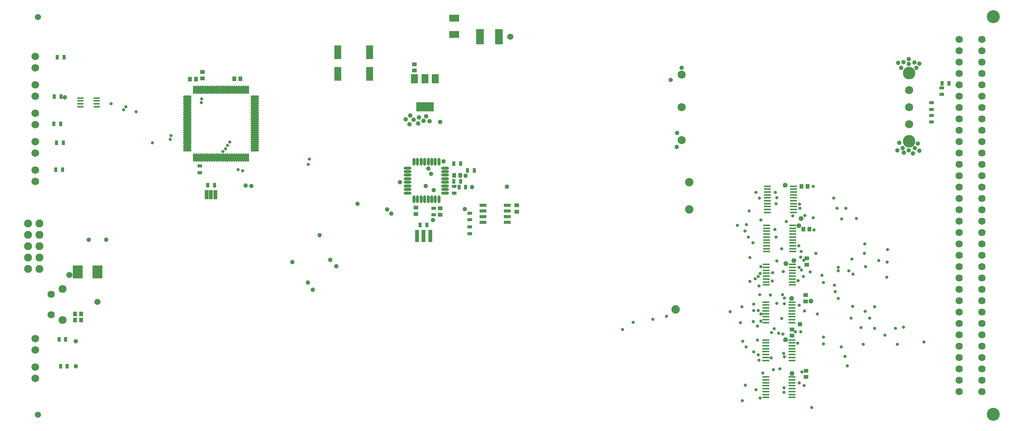
<source format=gbr>
G04 Layer_Color=8388736*
%FSLAX45Y45*%
%MOMM*%
%TF.FileFunction,Soldermask,Top*%
%TF.Part,Single*%
G01*
G75*
%TA.AperFunction,ViaPad*%
%ADD47C,1.01600*%
%TA.AperFunction,SMDPad,CuDef*%
%ADD62O,0.45130X1.96000*%
%ADD63O,1.96000X0.45130*%
%ADD64R,0.80160X1.00160*%
%ADD65R,1.00160X0.80160*%
%ADD66R,1.00160X0.90160*%
%ADD67R,1.60160X2.10160*%
%ADD68R,3.90160X2.10160*%
%ADD69R,1.65160X3.40160*%
%ADD70R,2.28160X1.62160*%
%ADD71R,1.57480X0.45720*%
%ADD72R,0.90160X1.00160*%
%ADD73R,2.26060X2.84460*%
%ADD74R,1.50165X3.10159*%
%ADD75R,0.81280X2.10820*%
%ADD76O,0.65160X1.75160*%
%ADD77O,1.75160X0.65160*%
%ADD78R,1.42240X0.45720*%
%ADD79R,0.90160X2.70160*%
%ADD80R,1.57480X0.66040*%
%TA.AperFunction,ComponentPad*%
%ADD81C,2.80160*%
%ADD82C,1.82560*%
%ADD83C,1.62560*%
%ADD84C,2.90160*%
%ADD85C,1.70160*%
G04:AMPARAMS|DCode=86|XSize=1.6764mm|YSize=1.6764mm|CornerRadius=0mm|HoleSize=0mm|Usage=FLASHONLY|Rotation=90.000|XOffset=0mm|YOffset=0mm|HoleType=Round|Shape=Octagon|*
%AMOCTAGOND86*
4,1,8,0.41910,0.83820,-0.41910,0.83820,-0.83820,0.41910,-0.83820,-0.41910,-0.41910,-0.83820,0.41910,-0.83820,0.83820,-0.41910,0.83820,0.41910,0.41910,0.83820,0.0*
%
%ADD86OCTAGOND86*%

%ADD87C,1.80160*%
%TA.AperFunction,ViaPad*%
%ADD88C,1.37160*%
%ADD89C,0.73660*%
%ADD90C,1.00160*%
%ADD91C,1.11760*%
%ADD92C,1.87960*%
D47*
X19006821Y22303740D02*
D03*
X19128740Y22362160D02*
D03*
X18907761Y22387560D02*
D03*
X19497040Y22341840D02*
D03*
X18831560Y22481540D02*
D03*
X19189700Y22466299D02*
D03*
X18729961Y22400259D02*
D03*
X19027139Y22435820D02*
D03*
X18813780Y22291040D02*
D03*
X19265900Y22352000D02*
D03*
D62*
X14005000Y23056200D02*
D03*
X14055000D02*
D03*
X14105000D02*
D03*
X14155000D02*
D03*
X14205000D02*
D03*
X14255000D02*
D03*
X14305000D02*
D03*
X14355000D02*
D03*
X14405000D02*
D03*
X14455000D02*
D03*
X14505000D02*
D03*
X14555000D02*
D03*
X14605000D02*
D03*
X14655000D02*
D03*
X14705000D02*
D03*
X14755000D02*
D03*
X14805000D02*
D03*
X14855000D02*
D03*
X14905000D02*
D03*
X14955000D02*
D03*
X15005000D02*
D03*
X15055000D02*
D03*
X15105000D02*
D03*
X15155000D02*
D03*
X15205000D02*
D03*
Y21546201D02*
D03*
X15155000D02*
D03*
X15105000D02*
D03*
X15055000D02*
D03*
X15005000D02*
D03*
X14955000D02*
D03*
X14905000D02*
D03*
X14855000D02*
D03*
X14805000D02*
D03*
X14755000D02*
D03*
X14705000D02*
D03*
X14655000D02*
D03*
X14605000D02*
D03*
X14555000D02*
D03*
X14505000D02*
D03*
X14455000D02*
D03*
X14405000D02*
D03*
X14355000D02*
D03*
X14305000D02*
D03*
X14255000D02*
D03*
X14205000D02*
D03*
X14155000D02*
D03*
X14105000D02*
D03*
X14055000D02*
D03*
X14005000D02*
D03*
D63*
X15360001Y22901199D02*
D03*
Y22851199D02*
D03*
Y22801199D02*
D03*
Y22751199D02*
D03*
Y22701199D02*
D03*
Y22651199D02*
D03*
Y22601199D02*
D03*
Y22551199D02*
D03*
Y22501199D02*
D03*
Y22451199D02*
D03*
Y22401199D02*
D03*
Y22351199D02*
D03*
Y22301199D02*
D03*
Y22251199D02*
D03*
Y22201199D02*
D03*
Y22151199D02*
D03*
Y22101199D02*
D03*
Y22051199D02*
D03*
Y22001199D02*
D03*
Y21951199D02*
D03*
Y21901199D02*
D03*
Y21851199D02*
D03*
Y21801199D02*
D03*
Y21751199D02*
D03*
Y21701199D02*
D03*
X13850000D02*
D03*
Y21751199D02*
D03*
Y21801199D02*
D03*
Y21851199D02*
D03*
Y21901199D02*
D03*
Y21951199D02*
D03*
Y22001199D02*
D03*
Y22051199D02*
D03*
Y22101199D02*
D03*
Y22151199D02*
D03*
Y22201199D02*
D03*
Y22251199D02*
D03*
Y22301199D02*
D03*
Y22351199D02*
D03*
Y22401199D02*
D03*
Y22451199D02*
D03*
Y22501199D02*
D03*
Y22551199D02*
D03*
Y22601199D02*
D03*
Y22651199D02*
D03*
Y22701199D02*
D03*
Y22751199D02*
D03*
Y22801199D02*
D03*
Y22851199D02*
D03*
Y22901199D02*
D03*
D64*
X19805580Y21404581D02*
D03*
X19955580D02*
D03*
X20112920Y21254720D02*
D03*
X20262920D02*
D03*
X20072420Y20883881D02*
D03*
X19922420D02*
D03*
X19805580Y21008340D02*
D03*
X19955580D02*
D03*
X14461560Y20921980D02*
D03*
X14311560D02*
D03*
X30862341Y23205440D02*
D03*
X30712341D02*
D03*
X11101140Y23784560D02*
D03*
X10951140D02*
D03*
X10915580Y21267419D02*
D03*
X11065580D02*
D03*
X10933360Y21869400D02*
D03*
X11083360D02*
D03*
X10872400Y22293581D02*
D03*
X11022400D02*
D03*
X10882560Y22903180D02*
D03*
X11032560D02*
D03*
X11139240Y17480280D02*
D03*
X10989240D02*
D03*
X11172260Y16873219D02*
D03*
X11022260D02*
D03*
X19056281Y20032980D02*
D03*
X19206281D02*
D03*
D65*
X19812000Y20895380D02*
D03*
Y20745380D02*
D03*
X19357339Y20410240D02*
D03*
Y20260240D02*
D03*
X30698441Y22952640D02*
D03*
Y23102640D02*
D03*
X30469839Y22617360D02*
D03*
Y22767360D02*
D03*
Y22335420D02*
D03*
Y22485420D02*
D03*
X14132561Y21352580D02*
D03*
Y21202580D02*
D03*
X20162520Y20301019D02*
D03*
Y20151019D02*
D03*
X20159979Y19991141D02*
D03*
Y19841141D02*
D03*
D66*
X19504660Y20407780D02*
D03*
Y20267780D02*
D03*
X14188440Y23455780D02*
D03*
Y23315781D02*
D03*
X27358340Y17560139D02*
D03*
Y17700140D02*
D03*
X27670761Y16638120D02*
D03*
Y16778120D02*
D03*
X27660599Y18324680D02*
D03*
Y18464680D02*
D03*
X27685999Y19147639D02*
D03*
Y19287640D02*
D03*
X18928081Y23485960D02*
D03*
Y23625960D02*
D03*
X18956020Y20420480D02*
D03*
Y20280479D02*
D03*
X21209000Y20333820D02*
D03*
Y20473820D02*
D03*
D67*
X19389220Y23307080D02*
D03*
X19159219D02*
D03*
X18929221D02*
D03*
D68*
X19159219Y22677080D02*
D03*
D69*
X20811940Y24239220D02*
D03*
X20391940D02*
D03*
D70*
X19817081Y24293980D02*
D03*
Y24661980D02*
D03*
D71*
X27355801Y17465041D02*
D03*
Y17399001D02*
D03*
Y17332961D02*
D03*
Y17269460D02*
D03*
Y17203419D02*
D03*
Y17139920D02*
D03*
Y17073880D02*
D03*
Y17007840D02*
D03*
X26771600D02*
D03*
Y17073880D02*
D03*
Y17139920D02*
D03*
Y17203419D02*
D03*
Y17269460D02*
D03*
Y17332961D02*
D03*
Y17399001D02*
D03*
Y17465041D02*
D03*
X27355801Y16637000D02*
D03*
Y16570959D02*
D03*
Y16504919D02*
D03*
Y16441420D02*
D03*
Y16375380D02*
D03*
Y16311880D02*
D03*
Y16245840D02*
D03*
Y16179800D02*
D03*
X26771600D02*
D03*
Y16245840D02*
D03*
Y16311880D02*
D03*
Y16375380D02*
D03*
Y16441420D02*
D03*
Y16504919D02*
D03*
Y16570959D02*
D03*
Y16637000D02*
D03*
X27360880Y18310860D02*
D03*
Y18244820D02*
D03*
Y18178780D02*
D03*
Y18115280D02*
D03*
Y18049240D02*
D03*
Y17985741D02*
D03*
Y17919701D02*
D03*
Y17853661D02*
D03*
X26776682D02*
D03*
Y17919701D02*
D03*
Y17985741D02*
D03*
Y18049240D02*
D03*
Y18115280D02*
D03*
Y18178780D02*
D03*
Y18244820D02*
D03*
Y18310860D02*
D03*
X27368500Y19151601D02*
D03*
Y19085561D02*
D03*
Y19019521D02*
D03*
Y18956020D02*
D03*
Y18889980D02*
D03*
Y18826480D02*
D03*
Y18760440D02*
D03*
Y18694400D02*
D03*
X26784299D02*
D03*
Y18760440D02*
D03*
Y18826480D02*
D03*
Y18889980D02*
D03*
Y18956020D02*
D03*
Y19019521D02*
D03*
Y19085561D02*
D03*
Y19151601D02*
D03*
X27388821Y20901660D02*
D03*
Y20838161D02*
D03*
Y20772121D02*
D03*
Y20706081D02*
D03*
Y20642580D02*
D03*
Y20576540D02*
D03*
Y20513040D02*
D03*
Y20447000D02*
D03*
Y20380960D02*
D03*
Y20317461D02*
D03*
X26804620D02*
D03*
Y20380960D02*
D03*
Y20447000D02*
D03*
Y20513040D02*
D03*
Y20576540D02*
D03*
Y20642580D02*
D03*
Y20706081D02*
D03*
Y20772121D02*
D03*
Y20838161D02*
D03*
Y20901660D02*
D03*
X27371039Y20025360D02*
D03*
Y19961861D02*
D03*
Y19895821D02*
D03*
Y19829781D02*
D03*
Y19766280D02*
D03*
Y19700240D02*
D03*
Y19636740D02*
D03*
Y19570700D02*
D03*
Y19504660D02*
D03*
Y19441161D02*
D03*
X26786841D02*
D03*
Y19504660D02*
D03*
Y19570700D02*
D03*
Y19636740D02*
D03*
Y19700240D02*
D03*
Y19766280D02*
D03*
Y19829781D02*
D03*
Y19895821D02*
D03*
Y19961861D02*
D03*
Y20025360D02*
D03*
D72*
X27608380Y19941541D02*
D03*
X27748380D02*
D03*
X27567740Y20901660D02*
D03*
X27707739D02*
D03*
X14900760Y23301961D02*
D03*
X15040759D02*
D03*
X19810580Y21142960D02*
D03*
X19950580D02*
D03*
X14052699Y23296880D02*
D03*
X13912700D02*
D03*
X11344760Y18049242D02*
D03*
X11484760D02*
D03*
X11484760Y17907001D02*
D03*
X11344760D02*
D03*
D73*
X11404580Y18983960D02*
D03*
X11846580D02*
D03*
D74*
X17926152Y23415601D02*
D03*
Y23895609D02*
D03*
X17214952Y23415601D02*
D03*
Y23895609D02*
D03*
D75*
X14483664Y20709789D02*
D03*
X14382063Y20709789D02*
D03*
X14282063D02*
D03*
D76*
X19474780Y20608659D02*
D03*
X19394780D02*
D03*
X19314780D02*
D03*
X19234779D02*
D03*
X19154781D02*
D03*
X19074780D02*
D03*
X18994780D02*
D03*
X18914780D02*
D03*
Y21448660D02*
D03*
X18994780D02*
D03*
X19074780D02*
D03*
X19154781D02*
D03*
X19234779D02*
D03*
X19314780D02*
D03*
X19394780D02*
D03*
X19474780D02*
D03*
D77*
X18774780Y20748660D02*
D03*
Y20828661D02*
D03*
Y20908659D02*
D03*
Y20988660D02*
D03*
Y21068660D02*
D03*
Y21148660D02*
D03*
Y21228661D02*
D03*
Y21308659D02*
D03*
X19614780D02*
D03*
Y21228661D02*
D03*
Y21148660D02*
D03*
Y21068660D02*
D03*
Y20988660D02*
D03*
Y20908659D02*
D03*
Y20828661D02*
D03*
Y20748660D02*
D03*
D78*
X11463020Y22872701D02*
D03*
Y22809200D02*
D03*
Y22743159D02*
D03*
Y22679660D02*
D03*
X11828780D02*
D03*
Y22743159D02*
D03*
Y22809200D02*
D03*
Y22872701D02*
D03*
D79*
X19131281Y19789140D02*
D03*
X18981281D02*
D03*
X19281281D02*
D03*
D80*
X20998180Y20477480D02*
D03*
Y20350481D02*
D03*
Y20223480D02*
D03*
Y20096480D02*
D03*
X20454620D02*
D03*
Y20223480D02*
D03*
Y20350481D02*
D03*
Y20477480D02*
D03*
D81*
X29972000Y23428419D02*
D03*
Y21904420D02*
D03*
D82*
Y23047420D02*
D03*
Y22666420D02*
D03*
Y22285420D02*
D03*
X24892000Y22664420D02*
D03*
Y23394420D02*
D03*
Y21934419D02*
D03*
D83*
X31597601Y24185880D02*
D03*
Y23931880D02*
D03*
Y23677879D02*
D03*
Y23423880D02*
D03*
Y23169881D02*
D03*
Y22915880D02*
D03*
Y22661880D02*
D03*
Y22407880D02*
D03*
Y22153880D02*
D03*
Y21899879D02*
D03*
Y21645880D02*
D03*
Y21391879D02*
D03*
Y21137880D02*
D03*
Y20883881D02*
D03*
Y20629880D02*
D03*
Y20375880D02*
D03*
Y20121880D02*
D03*
Y19867880D02*
D03*
Y19613879D02*
D03*
Y19359880D02*
D03*
Y19105881D02*
D03*
Y18851880D02*
D03*
Y18597881D02*
D03*
Y18343880D02*
D03*
Y18089880D02*
D03*
Y17835880D02*
D03*
Y17581880D02*
D03*
Y17327879D02*
D03*
Y17073880D02*
D03*
Y16819881D02*
D03*
Y16565880D02*
D03*
Y16311880D02*
D03*
X31089600Y24185880D02*
D03*
Y23931880D02*
D03*
Y23677879D02*
D03*
Y23423880D02*
D03*
Y23169881D02*
D03*
Y22915880D02*
D03*
Y22661880D02*
D03*
Y22407880D02*
D03*
Y22153880D02*
D03*
Y21899879D02*
D03*
Y21645880D02*
D03*
Y21391879D02*
D03*
Y21137880D02*
D03*
Y20883881D02*
D03*
Y20629880D02*
D03*
Y20375880D02*
D03*
Y20121880D02*
D03*
Y19867880D02*
D03*
Y19613879D02*
D03*
Y19359880D02*
D03*
Y19105881D02*
D03*
Y18851880D02*
D03*
Y18597881D02*
D03*
Y18343880D02*
D03*
Y18089880D02*
D03*
Y17835880D02*
D03*
Y17581880D02*
D03*
Y17327879D02*
D03*
Y17073880D02*
D03*
Y16819881D02*
D03*
Y16565880D02*
D03*
Y16311880D02*
D03*
X10815280Y18032520D02*
D03*
Y18482520D02*
D03*
D84*
X31851599Y24693880D02*
D03*
Y15803880D02*
D03*
D85*
X10454640Y22534880D02*
D03*
Y22280881D02*
D03*
Y22915880D02*
D03*
Y23169881D02*
D03*
Y21010880D02*
D03*
Y21264880D02*
D03*
Y16857980D02*
D03*
Y16603979D02*
D03*
Y17492979D02*
D03*
Y17238980D02*
D03*
Y23804880D02*
D03*
Y23550880D02*
D03*
Y21899879D02*
D03*
Y21645880D02*
D03*
D86*
X10553701Y19055080D02*
D03*
X10299701D02*
D03*
X10553701Y19309081D02*
D03*
X10299701D02*
D03*
X10553701Y19563080D02*
D03*
X10299701D02*
D03*
Y19817081D02*
D03*
X10553701D02*
D03*
Y20071080D02*
D03*
X10299701D02*
D03*
D87*
X11064280Y18608020D02*
D03*
Y17907021D02*
D03*
D88*
X10515600Y24681180D02*
D03*
Y15791180D02*
D03*
X21066760Y24244299D02*
D03*
X11221720Y18917920D02*
D03*
X11846580Y18315961D02*
D03*
D89*
X14650720Y21676360D02*
D03*
X26492200Y17876520D02*
D03*
X26603961Y17134840D02*
D03*
X24551640Y17998441D02*
D03*
X24249380Y17924780D02*
D03*
X23809959Y17858740D02*
D03*
X23576280Y17701260D02*
D03*
X26708099Y16720821D02*
D03*
X26245358Y16104459D02*
D03*
X26416000Y18775681D02*
D03*
X26537921Y18831560D02*
D03*
X27152600Y17599660D02*
D03*
X26258521Y17437100D02*
D03*
X26317117Y16456900D02*
D03*
X26418539Y19303406D02*
D03*
X26397534Y20351164D02*
D03*
X26385519Y19766280D02*
D03*
X27829184Y20198741D02*
D03*
X26624280Y18674080D02*
D03*
X27162076Y18989725D02*
D03*
X27495499Y18793460D02*
D03*
X28029510Y18912939D02*
D03*
X28798520Y20177760D02*
D03*
X28470859Y20167599D02*
D03*
X26921460Y18778220D02*
D03*
X26603961Y18122900D02*
D03*
X27432001Y17645380D02*
D03*
X26659839Y17886681D02*
D03*
X26624280Y17015460D02*
D03*
X26644601Y16165154D02*
D03*
X27579321Y16753841D02*
D03*
X27619958Y19250661D02*
D03*
X27848560Y19926300D02*
D03*
X26984961Y20767039D02*
D03*
X27023059Y20642580D02*
D03*
X27005280Y20507961D02*
D03*
X27829922Y20902121D02*
D03*
X14172032Y22851212D02*
D03*
X14170660Y22771100D02*
D03*
X16578580Y21506180D02*
D03*
X13472160Y21948140D02*
D03*
X13487399Y22029420D02*
D03*
X13075920Y21869400D02*
D03*
X15092680Y21249640D02*
D03*
X14988541Y21275040D02*
D03*
X26337259Y17312640D02*
D03*
X26504901Y18267680D02*
D03*
X26903680Y17632680D02*
D03*
X26962100Y17711420D02*
D03*
X27170380Y17165320D02*
D03*
X27185620Y17086580D02*
D03*
X27180539Y16289020D02*
D03*
Y16398241D02*
D03*
X27129739Y17942560D02*
D03*
X26588721Y17774921D02*
D03*
X26591260Y17457420D02*
D03*
X27086560Y16819881D02*
D03*
X26939240Y16802100D02*
D03*
X27927301Y18044160D02*
D03*
X28455621Y17305020D02*
D03*
X27767279Y18983960D02*
D03*
X27625040Y16449040D02*
D03*
X27640280Y18112740D02*
D03*
X28059381Y17528540D02*
D03*
X27515820Y16507460D02*
D03*
X27571701Y19024600D02*
D03*
X27609799Y18887440D02*
D03*
X29090619Y17952721D02*
D03*
X28994101Y18106149D02*
D03*
X28709619Y18216879D02*
D03*
X29672281Y17724120D02*
D03*
X29207458D02*
D03*
X27556461Y17650459D02*
D03*
X27518359Y19090640D02*
D03*
X28719781Y18930620D02*
D03*
X29293820Y19240500D02*
D03*
X28996640Y19105881D02*
D03*
X30307281Y17416780D02*
D03*
X29712921Y17371060D02*
D03*
X29850079Y17746980D02*
D03*
X28064459Y17378680D02*
D03*
X27482800Y17396460D02*
D03*
X28895041Y17744440D02*
D03*
X28544519Y17094200D02*
D03*
X28595319Y16883380D02*
D03*
X28948380Y17371060D02*
D03*
X29428439Y17569180D02*
D03*
X28290521Y20632420D02*
D03*
X27005280Y19763741D02*
D03*
X27800299Y15951199D02*
D03*
X26499820Y17195799D02*
D03*
X26555701Y16352521D02*
D03*
X26974799Y19931380D02*
D03*
X26893521Y17061180D02*
D03*
X26649680Y18948399D02*
D03*
X26601419Y18884900D02*
D03*
X27233881Y20109180D02*
D03*
X29489401Y19486880D02*
D03*
X28981400Y19608800D02*
D03*
X26659839Y20144740D02*
D03*
X27376120Y20238721D02*
D03*
X27525980Y20502879D02*
D03*
X27533600Y20408900D02*
D03*
X28625800Y19006821D02*
D03*
X27142441Y18478500D02*
D03*
X27063699Y17617439D02*
D03*
X28369260Y20403819D02*
D03*
X28059381Y18745200D02*
D03*
X27188159Y18399760D02*
D03*
X27188574Y18272760D02*
D03*
X27023059Y18285460D02*
D03*
X26923999Y18971260D02*
D03*
X27553922Y19316701D02*
D03*
X27020520Y19232880D02*
D03*
X27513281Y19568159D02*
D03*
X28320999Y18544540D02*
D03*
X28303220Y18686780D02*
D03*
X28389581Y19006821D02*
D03*
Y19085561D02*
D03*
X28676599Y17955260D02*
D03*
X26642059Y18475960D02*
D03*
X26878281Y18470880D02*
D03*
X27515820Y18242281D02*
D03*
X28387039Y18394679D02*
D03*
X29486859Y19204939D02*
D03*
X26664920Y19103340D02*
D03*
X26626819Y20634959D02*
D03*
X26553159Y20767039D02*
D03*
X26484579Y19634200D02*
D03*
X26311859Y19903439D02*
D03*
X26662381Y18046700D02*
D03*
X26504901Y18117821D02*
D03*
X27132281Y19504660D02*
D03*
X28559760Y20403819D02*
D03*
X27642819Y20243800D02*
D03*
X27561539Y19441161D02*
D03*
X28696921Y19270979D02*
D03*
X27889200Y19397980D02*
D03*
X28976321Y19400520D02*
D03*
X29474161Y18867120D02*
D03*
X29202380Y18209261D02*
D03*
X16551947Y21391879D02*
D03*
X26240741Y18204179D02*
D03*
X26139139Y20022820D02*
D03*
X26344879Y20040601D02*
D03*
X14705000Y21739861D02*
D03*
X14755013Y21810980D02*
D03*
X14805000Y21887180D02*
D03*
X12712700Y22567900D02*
D03*
X12481560Y22679660D02*
D03*
X12428220Y22611079D02*
D03*
X12151360Y22743159D02*
D03*
X25979120Y18100040D02*
D03*
X26205179Y17848579D02*
D03*
D90*
X19575780Y21460460D02*
D03*
X20068539Y21135339D02*
D03*
X19177620Y20908659D02*
D03*
X30203140Y21696680D02*
D03*
X29715460Y21706841D02*
D03*
X29753561Y21869400D02*
D03*
X30167581Y21859241D02*
D03*
X29855161Y21650960D02*
D03*
X30060901Y21638260D02*
D03*
X30098999Y21752560D02*
D03*
X29827219Y21757640D02*
D03*
X29961841Y21704300D02*
D03*
X30203140Y23639780D02*
D03*
X29961841Y23741380D02*
D03*
X29728159Y23660100D02*
D03*
X30091379Y23665179D02*
D03*
X29850079Y23672800D02*
D03*
X29799280Y23550880D02*
D03*
X30137100D02*
D03*
X29964380Y23632159D02*
D03*
X24782780Y21783040D02*
D03*
X24792940Y22092920D02*
D03*
X15156180Y20914360D02*
D03*
X15283180Y20909280D02*
D03*
X24650700Y23276559D02*
D03*
X24894540Y23550880D02*
D03*
X19234779Y21294720D02*
D03*
X19293840Y21178520D02*
D03*
X12039949Y19708209D02*
D03*
X11653171D02*
D03*
X16200121Y19202400D02*
D03*
X16804640Y19806920D02*
D03*
X17658080Y20505420D02*
D03*
X18603600Y20988660D02*
D03*
X11366500Y17434560D02*
D03*
Y16878300D02*
D03*
X16543021Y18750281D02*
D03*
X16657320Y18587720D02*
D03*
X17045940Y19253200D02*
D03*
X17178020Y19108420D02*
D03*
X18315939Y20380960D02*
D03*
X18409920Y20292059D02*
D03*
X20210780Y20883881D02*
D03*
X20990559Y20888960D02*
D03*
X11120120Y22890480D02*
D03*
X19337019Y20142200D02*
D03*
X19357339Y20812759D02*
D03*
X20053300Y20393660D02*
D03*
D91*
X27355801Y16715739D02*
D03*
X27213559Y17472659D02*
D03*
X27353259Y18394679D02*
D03*
X27221179Y19174460D02*
D03*
X27538681Y17820641D02*
D03*
X27782520Y18336259D02*
D03*
X27401520Y19237959D02*
D03*
X27559000Y20180299D02*
D03*
X27510739Y20017740D02*
D03*
X27208481Y20927060D02*
D03*
D92*
X25059641Y20993100D02*
D03*
X25062180Y20383501D02*
D03*
X24759920Y18143221D02*
D03*
%TF.MD5,bbefdfabadc0129a5b9243c5ef235d0b*%
M02*

</source>
